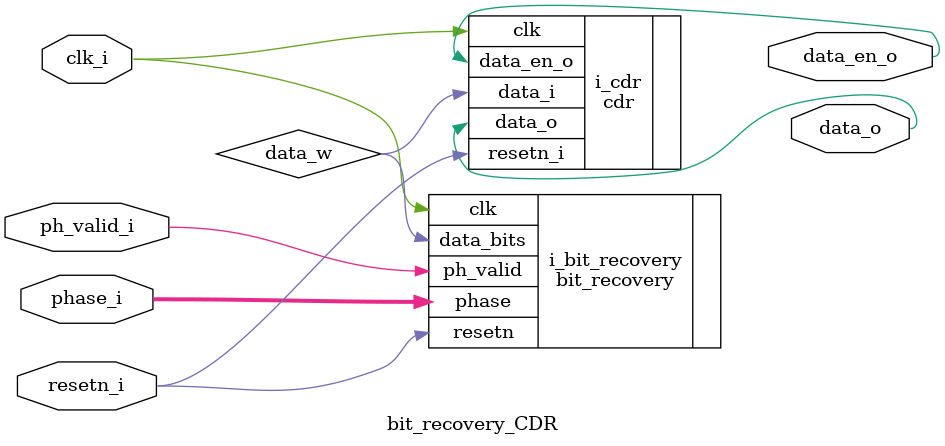
<source format=sv>
module bit_recovery_CDR(
			input logic clk_i,
           		input logic resetn_i,
			input logic signed [5:0] phase_i,
			input logic ph_valid_i,
			output logic data_en_o,
           		output logic data_o
			);
logic data_w;

bit_recovery i_bit_recovery(
			  .clk(clk_i),
                    	  .resetn(resetn_i),
                    	  .phase(phase_i),
                    	  .ph_valid(ph_valid_i),
                    	  .data_bits(data_w)
			);

cdr i_cdr(
	.clk(clk_i),
        .resetn_i(resetn_i),
        .data_i(data_w),
        .data_en_o(data_en_o),
        .data_o(data_o)
        );


endmodule

</source>
